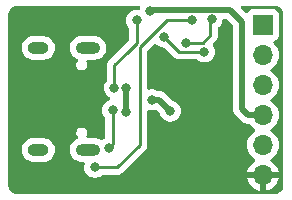
<source format=gbr>
%TF.GenerationSoftware,KiCad,Pcbnew,7.0.7*%
%TF.CreationDate,2024-05-21T12:30:45-04:00*%
%TF.ProjectId,CH340E_USB_UART,43483334-3045-45f5-9553-425f55415254,rev?*%
%TF.SameCoordinates,Original*%
%TF.FileFunction,Copper,L2,Bot*%
%TF.FilePolarity,Positive*%
%FSLAX46Y46*%
G04 Gerber Fmt 4.6, Leading zero omitted, Abs format (unit mm)*
G04 Created by KiCad (PCBNEW 7.0.7) date 2024-05-21 12:30:45*
%MOMM*%
%LPD*%
G01*
G04 APERTURE LIST*
%TA.AperFunction,ComponentPad*%
%ADD10O,2.100000X1.000000*%
%TD*%
%TA.AperFunction,ComponentPad*%
%ADD11O,1.800000X1.000000*%
%TD*%
%TA.AperFunction,ComponentPad*%
%ADD12R,1.700000X1.700000*%
%TD*%
%TA.AperFunction,ComponentPad*%
%ADD13O,1.700000X1.700000*%
%TD*%
%TA.AperFunction,ViaPad*%
%ADD14C,0.800000*%
%TD*%
%TA.AperFunction,Conductor*%
%ADD15C,0.500000*%
%TD*%
%TA.AperFunction,Conductor*%
%ADD16C,0.250000*%
%TD*%
G04 APERTURE END LIST*
D10*
%TO.P,P1,S1,SHIELD*%
%TO.N,unconnected-(P1-SHIELD-PadS1)*%
X140125000Y-99360000D03*
D11*
X135925000Y-99360000D03*
D10*
X140125000Y-108000000D03*
D11*
X135925000Y-108000000D03*
%TD*%
D12*
%TO.P,J1,1,Pin_1*%
%TO.N,RST*%
X154940000Y-97409000D03*
D13*
%TO.P,J1,2,Pin_2*%
%TO.N,RXI*%
X154940000Y-99949000D03*
%TO.P,J1,3,Pin_3*%
%TO.N,TXO*%
X154940000Y-102489000D03*
%TO.P,J1,4,Pin_4*%
%TO.N,+3V3*%
X154940000Y-105029000D03*
%TO.P,J1,5,Pin_5*%
%TO.N,CTS*%
X154940000Y-107569000D03*
%TO.P,J1,6,Pin_6*%
%TO.N,GND*%
X154940000Y-110109000D03*
%TD*%
D14*
%TO.N,GND*%
X148336000Y-103759000D03*
X147066000Y-109153008D03*
X142367000Y-99147500D03*
X151384000Y-107315000D03*
%TO.N,VBUS*%
X143383000Y-102755500D03*
X143356470Y-104785914D03*
X145542000Y-103759000D03*
X147089020Y-104712500D03*
%TO.N,+3V3*%
X145415000Y-96266000D03*
%TO.N,Net-(U1-~{RTS})*%
X150622000Y-96901000D03*
X148463000Y-98933000D03*
%TO.N,Net-(P1-CC)*%
X144272000Y-97028000D03*
X142367000Y-102743000D03*
%TO.N,Net-(P1-VCONN)*%
X142240000Y-104648000D03*
X141898500Y-107823000D03*
%TO.N,Net-(U1-RXD)*%
X146558000Y-98425000D03*
X149987000Y-99695000D03*
%TO.N,Net-(U1-TNOW)*%
X140716000Y-109474000D03*
X148971000Y-97028000D03*
%TD*%
D15*
%TO.N,+3V3*%
X145542000Y-96139000D02*
X145415000Y-96266000D01*
X152146000Y-96139000D02*
X145542000Y-96139000D01*
X153162000Y-104521000D02*
X153162000Y-97155000D01*
X153162000Y-97155000D02*
X152146000Y-96139000D01*
X153670000Y-105029000D02*
X153162000Y-104521000D01*
X154940000Y-105029000D02*
X153670000Y-105029000D01*
%TO.N,VBUS*%
X145542000Y-103759000D02*
X146135520Y-103759000D01*
X143356470Y-104785914D02*
X143356470Y-102782030D01*
X146135520Y-103759000D02*
X147089020Y-104712500D01*
X143356470Y-102782030D02*
X143383000Y-102755500D01*
D16*
%TO.N,Net-(U1-~{RTS})*%
X148463000Y-98933000D02*
X149860000Y-98933000D01*
X150495000Y-98298000D02*
X150495000Y-97028000D01*
X150495000Y-97028000D02*
X150622000Y-96901000D01*
X149860000Y-98933000D02*
X150495000Y-98298000D01*
%TO.N,Net-(P1-CC)*%
X142367000Y-102743000D02*
X142367000Y-100838000D01*
X144272000Y-98933000D02*
X144272000Y-97028000D01*
X142367000Y-100838000D02*
X143510000Y-99695000D01*
X143510000Y-99695000D02*
X144272000Y-98933000D01*
%TO.N,Net-(P1-VCONN)*%
X142240000Y-107481500D02*
X141898500Y-107823000D01*
X142240000Y-104648000D02*
X142240000Y-107481500D01*
%TO.N,Net-(U1-RXD)*%
X149987000Y-99695000D02*
X147828000Y-99695000D01*
X147828000Y-99695000D02*
X146558000Y-98425000D01*
%TO.N,Net-(U1-TNOW)*%
X144526000Y-107569000D02*
X142621000Y-109474000D01*
X144526000Y-99315396D02*
X144526000Y-107569000D01*
X142621000Y-109474000D02*
X140716000Y-109474000D01*
X148971000Y-97028000D02*
X146813396Y-97028000D01*
X146813396Y-97028000D02*
X144526000Y-99315396D01*
%TD*%
%TA.AperFunction,Conductor*%
%TO.N,GND*%
G36*
X144514476Y-95824185D02*
G01*
X144560231Y-95876989D01*
X144570175Y-95946147D01*
X144565368Y-95966819D01*
X144538195Y-96050446D01*
X144498757Y-96108121D01*
X144434398Y-96135319D01*
X144394484Y-96133417D01*
X144366646Y-96127500D01*
X144177354Y-96127500D01*
X144144897Y-96134398D01*
X143992197Y-96166855D01*
X143992192Y-96166857D01*
X143819270Y-96243848D01*
X143819265Y-96243851D01*
X143666129Y-96355111D01*
X143539466Y-96495785D01*
X143444821Y-96659715D01*
X143444818Y-96659722D01*
X143386327Y-96839740D01*
X143386326Y-96839744D01*
X143366540Y-97028000D01*
X143386326Y-97216256D01*
X143386327Y-97216259D01*
X143444818Y-97396277D01*
X143444821Y-97396284D01*
X143539467Y-97560216D01*
X143557848Y-97580630D01*
X143614650Y-97643715D01*
X143644880Y-97706706D01*
X143646500Y-97726687D01*
X143646500Y-98622547D01*
X143626815Y-98689586D01*
X143610181Y-98710228D01*
X143039876Y-99280533D01*
X141983208Y-100337199D01*
X141970951Y-100347020D01*
X141971134Y-100347241D01*
X141965123Y-100352213D01*
X141917772Y-100402636D01*
X141896889Y-100423519D01*
X141896877Y-100423532D01*
X141892621Y-100429017D01*
X141888837Y-100433447D01*
X141856937Y-100467418D01*
X141856936Y-100467420D01*
X141847284Y-100484976D01*
X141836610Y-100501226D01*
X141824329Y-100517061D01*
X141824324Y-100517068D01*
X141805815Y-100559838D01*
X141803245Y-100565084D01*
X141780803Y-100605906D01*
X141775822Y-100625307D01*
X141769521Y-100643710D01*
X141761562Y-100662102D01*
X141761561Y-100662105D01*
X141754271Y-100708127D01*
X141753087Y-100713846D01*
X141741501Y-100758972D01*
X141741500Y-100758982D01*
X141741500Y-100779016D01*
X141739973Y-100798413D01*
X141736840Y-100818196D01*
X141737049Y-100820402D01*
X141741225Y-100864583D01*
X141741500Y-100870421D01*
X141741500Y-102044312D01*
X141721815Y-102111351D01*
X141709650Y-102127284D01*
X141634466Y-102210784D01*
X141539821Y-102374715D01*
X141539818Y-102374722D01*
X141481327Y-102554740D01*
X141481326Y-102554744D01*
X141464577Y-102714101D01*
X141463494Y-102724413D01*
X141461540Y-102743000D01*
X141481326Y-102931256D01*
X141481327Y-102931259D01*
X141539818Y-103111277D01*
X141539821Y-103111284D01*
X141634467Y-103275216D01*
X141711163Y-103360395D01*
X141761129Y-103415888D01*
X141914265Y-103527148D01*
X141914266Y-103527148D01*
X141914270Y-103527151D01*
X141975757Y-103554527D01*
X142028994Y-103599777D01*
X142049315Y-103666626D01*
X142030270Y-103733850D01*
X141977903Y-103780105D01*
X141963642Y-103785736D01*
X141960196Y-103786855D01*
X141787270Y-103863848D01*
X141787265Y-103863851D01*
X141634129Y-103975111D01*
X141507466Y-104115785D01*
X141412821Y-104279715D01*
X141412818Y-104279722D01*
X141355122Y-104457294D01*
X141354326Y-104459744D01*
X141334540Y-104648000D01*
X141354326Y-104836256D01*
X141354327Y-104836259D01*
X141412818Y-105016277D01*
X141412821Y-105016284D01*
X141507467Y-105180216D01*
X141550772Y-105228310D01*
X141582650Y-105263715D01*
X141612880Y-105326706D01*
X141614500Y-105346687D01*
X141614500Y-106883198D01*
X141594815Y-106950237D01*
X141542011Y-106995992D01*
X141540936Y-106996477D01*
X141445769Y-107038848D01*
X141321244Y-107129321D01*
X141255437Y-107152801D01*
X141187384Y-107136975D01*
X141177524Y-107130779D01*
X141163052Y-107120706D01*
X140976056Y-107040459D01*
X140776741Y-106999500D01*
X140121294Y-106999500D01*
X140054255Y-106979815D01*
X140008500Y-106927011D01*
X139998556Y-106857853D01*
X140016976Y-106808464D01*
X140041978Y-106769561D01*
X140080500Y-106638367D01*
X140080500Y-106501633D01*
X140041978Y-106370440D01*
X140041979Y-106370440D01*
X139968057Y-106255413D01*
X139968053Y-106255409D01*
X139864721Y-106165872D01*
X139864714Y-106165867D01*
X139740345Y-106109070D01*
X139740343Y-106109069D01*
X139740342Y-106109069D01*
X139740337Y-106109068D01*
X139740336Y-106109068D01*
X139639011Y-106094500D01*
X139570989Y-106094500D01*
X139570988Y-106094500D01*
X139469663Y-106109068D01*
X139469654Y-106109070D01*
X139345285Y-106165867D01*
X139345278Y-106165872D01*
X139241946Y-106255409D01*
X139241942Y-106255413D01*
X139168021Y-106370440D01*
X139129500Y-106501632D01*
X139129500Y-106638367D01*
X139168021Y-106769559D01*
X139168020Y-106769559D01*
X139245714Y-106890455D01*
X139265398Y-106957494D01*
X139245713Y-107024534D01*
X139192908Y-107070288D01*
X139178535Y-107075801D01*
X139178427Y-107075834D01*
X139178405Y-107075844D01*
X139000500Y-107174589D01*
X139000495Y-107174592D01*
X138846106Y-107307132D01*
X138846104Y-107307134D01*
X138721554Y-107468037D01*
X138721553Y-107468040D01*
X138631940Y-107650728D01*
X138580937Y-107847714D01*
X138570631Y-108050936D01*
X138601442Y-108252063D01*
X138601445Y-108252075D01*
X138672111Y-108442881D01*
X138672115Y-108442888D01*
X138779745Y-108615567D01*
X138779749Y-108615572D01*
X138895869Y-108737730D01*
X138919941Y-108763053D01*
X139048344Y-108852424D01*
X139086949Y-108879294D01*
X139086950Y-108879294D01*
X139086951Y-108879295D01*
X139273942Y-108959540D01*
X139473259Y-109000500D01*
X139752336Y-109000500D01*
X139819375Y-109020185D01*
X139865130Y-109072989D01*
X139875074Y-109142147D01*
X139870267Y-109162818D01*
X139830326Y-109285744D01*
X139810540Y-109474000D01*
X139830326Y-109662256D01*
X139830327Y-109662259D01*
X139888818Y-109842277D01*
X139888821Y-109842284D01*
X139983467Y-110006216D01*
X140104401Y-110140526D01*
X140110129Y-110146888D01*
X140263265Y-110258148D01*
X140263270Y-110258151D01*
X140436192Y-110335142D01*
X140436197Y-110335144D01*
X140621354Y-110374500D01*
X140621355Y-110374500D01*
X140810644Y-110374500D01*
X140810646Y-110374500D01*
X140995803Y-110335144D01*
X141168730Y-110258151D01*
X141321871Y-110146888D01*
X141324788Y-110143647D01*
X141327600Y-110140526D01*
X141387087Y-110103879D01*
X141419748Y-110099500D01*
X142538257Y-110099500D01*
X142553877Y-110101224D01*
X142553904Y-110100939D01*
X142561660Y-110101671D01*
X142561667Y-110101673D01*
X142630814Y-110099500D01*
X142660350Y-110099500D01*
X142667228Y-110098630D01*
X142673041Y-110098172D01*
X142719627Y-110096709D01*
X142738869Y-110091117D01*
X142757912Y-110087174D01*
X142777792Y-110084664D01*
X142821122Y-110067507D01*
X142826646Y-110065617D01*
X142830396Y-110064527D01*
X142871390Y-110052618D01*
X142888629Y-110042422D01*
X142906103Y-110033862D01*
X142924727Y-110026488D01*
X142924727Y-110026487D01*
X142924732Y-110026486D01*
X142962449Y-109999082D01*
X142967305Y-109995892D01*
X143007420Y-109972170D01*
X143021589Y-109957999D01*
X143036379Y-109945368D01*
X143052587Y-109933594D01*
X143082299Y-109897676D01*
X143086212Y-109893376D01*
X144909787Y-108069801D01*
X144922042Y-108059986D01*
X144921859Y-108059764D01*
X144927866Y-108054792D01*
X144927877Y-108054786D01*
X144958775Y-108021882D01*
X144975227Y-108004364D01*
X144985671Y-107993918D01*
X144996120Y-107983471D01*
X145000379Y-107977978D01*
X145004152Y-107973561D01*
X145036062Y-107939582D01*
X145045715Y-107922020D01*
X145056389Y-107905770D01*
X145068673Y-107889936D01*
X145087180Y-107847167D01*
X145089749Y-107841924D01*
X145110374Y-107804408D01*
X145112197Y-107801092D01*
X145117177Y-107781691D01*
X145123478Y-107763288D01*
X145131438Y-107744896D01*
X145138730Y-107698849D01*
X145139911Y-107693152D01*
X145142071Y-107684740D01*
X145151500Y-107648019D01*
X145151500Y-107627982D01*
X145153027Y-107608582D01*
X145153043Y-107608481D01*
X145156160Y-107588804D01*
X145151775Y-107542415D01*
X145151500Y-107536577D01*
X145151500Y-104749741D01*
X145171185Y-104682702D01*
X145223989Y-104636947D01*
X145293147Y-104627003D01*
X145301266Y-104628448D01*
X145447354Y-104659500D01*
X145447355Y-104659500D01*
X145636644Y-104659500D01*
X145636646Y-104659500D01*
X145821803Y-104620144D01*
X145822470Y-104619846D01*
X145822892Y-104619790D01*
X145827987Y-104618135D01*
X145828289Y-104619066D01*
X145891719Y-104610557D01*
X145954997Y-104640181D01*
X145960594Y-104645442D01*
X146176248Y-104861095D01*
X146206498Y-104910458D01*
X146261838Y-105080777D01*
X146261841Y-105080784D01*
X146356487Y-105244716D01*
X146483148Y-105385387D01*
X146483149Y-105385388D01*
X146636285Y-105496648D01*
X146636290Y-105496651D01*
X146809212Y-105573642D01*
X146809217Y-105573644D01*
X146994374Y-105613000D01*
X146994375Y-105613000D01*
X147183664Y-105613000D01*
X147183666Y-105613000D01*
X147368823Y-105573644D01*
X147541750Y-105496651D01*
X147694891Y-105385388D01*
X147821553Y-105244716D01*
X147916199Y-105080784D01*
X147974694Y-104900756D01*
X147994480Y-104712500D01*
X147974694Y-104524244D01*
X147916199Y-104344216D01*
X147821553Y-104180284D01*
X147694891Y-104039612D01*
X147694890Y-104039611D01*
X147541754Y-103928351D01*
X147541749Y-103928348D01*
X147368827Y-103851357D01*
X147368822Y-103851355D01*
X147303689Y-103837511D01*
X147242207Y-103804318D01*
X147241789Y-103803902D01*
X146981488Y-103543601D01*
X146711249Y-103273361D01*
X146699469Y-103259730D01*
X146692002Y-103249701D01*
X146685132Y-103240472D01*
X146685130Y-103240470D01*
X146645107Y-103206886D01*
X146641132Y-103203244D01*
X146638210Y-103200322D01*
X146635300Y-103197411D01*
X146609560Y-103177059D01*
X146550729Y-103127694D01*
X146544700Y-103123729D01*
X146544732Y-103123680D01*
X146538373Y-103119628D01*
X146538342Y-103119679D01*
X146532200Y-103115891D01*
X146532198Y-103115890D01*
X146532197Y-103115889D01*
X146492994Y-103097608D01*
X146462578Y-103083424D01*
X146428414Y-103066267D01*
X146393953Y-103048960D01*
X146393951Y-103048959D01*
X146393950Y-103048959D01*
X146387165Y-103046489D01*
X146387185Y-103046433D01*
X146380069Y-103043959D01*
X146380051Y-103044015D01*
X146373191Y-103041742D01*
X146345361Y-103035996D01*
X146297954Y-103026207D01*
X146248992Y-103014603D01*
X146223239Y-103008499D01*
X146216067Y-103007661D01*
X146216073Y-103007601D01*
X146208575Y-103006835D01*
X146208570Y-103006895D01*
X146201380Y-103006265D01*
X146124603Y-103008500D01*
X146081337Y-103008500D01*
X146014298Y-102988815D01*
X146008452Y-102984818D01*
X145994734Y-102974851D01*
X145994729Y-102974848D01*
X145821807Y-102897857D01*
X145821802Y-102897855D01*
X145676001Y-102866865D01*
X145636646Y-102858500D01*
X145447354Y-102858500D01*
X145447352Y-102858500D01*
X145301280Y-102889548D01*
X145231613Y-102884232D01*
X145175880Y-102842094D01*
X145151775Y-102776514D01*
X145151500Y-102768258D01*
X145151500Y-99625847D01*
X145171185Y-99558808D01*
X145187815Y-99538170D01*
X145706209Y-99019775D01*
X145767530Y-98986292D01*
X145837221Y-98991276D01*
X145886036Y-99024484D01*
X145913563Y-99055056D01*
X145952129Y-99097888D01*
X146105265Y-99209148D01*
X146105270Y-99209151D01*
X146278192Y-99286142D01*
X146278197Y-99286144D01*
X146463354Y-99325500D01*
X146522548Y-99325500D01*
X146589587Y-99345185D01*
X146610228Y-99361818D01*
X147051290Y-99802881D01*
X147327197Y-100078788D01*
X147337022Y-100091051D01*
X147337243Y-100090869D01*
X147342214Y-100096878D01*
X147368217Y-100121295D01*
X147392635Y-100144226D01*
X147413529Y-100165120D01*
X147419011Y-100169373D01*
X147423443Y-100173157D01*
X147457418Y-100205062D01*
X147474976Y-100214714D01*
X147491235Y-100225395D01*
X147507064Y-100237673D01*
X147549838Y-100256182D01*
X147555056Y-100258738D01*
X147595908Y-100281197D01*
X147615316Y-100286180D01*
X147633717Y-100292480D01*
X147652104Y-100300437D01*
X147695488Y-100307308D01*
X147698119Y-100307725D01*
X147703839Y-100308909D01*
X147748981Y-100320500D01*
X147769016Y-100320500D01*
X147788414Y-100322026D01*
X147808194Y-100325159D01*
X147808195Y-100325160D01*
X147808195Y-100325159D01*
X147808196Y-100325160D01*
X147854583Y-100320775D01*
X147860422Y-100320500D01*
X149283252Y-100320500D01*
X149350291Y-100340185D01*
X149375400Y-100361526D01*
X149381126Y-100367885D01*
X149381130Y-100367889D01*
X149534265Y-100479148D01*
X149534270Y-100479151D01*
X149707192Y-100556142D01*
X149707197Y-100556144D01*
X149892354Y-100595500D01*
X149892355Y-100595500D01*
X150081644Y-100595500D01*
X150081646Y-100595500D01*
X150266803Y-100556144D01*
X150439730Y-100479151D01*
X150592871Y-100367888D01*
X150719533Y-100227216D01*
X150814179Y-100063284D01*
X150872674Y-99883256D01*
X150892460Y-99695000D01*
X150872674Y-99506744D01*
X150814179Y-99326716D01*
X150719533Y-99162784D01*
X150701271Y-99142502D01*
X150671041Y-99079513D01*
X150679664Y-99010178D01*
X150705736Y-98971852D01*
X150878786Y-98798802D01*
X150891048Y-98788980D01*
X150890865Y-98788759D01*
X150896867Y-98783792D01*
X150896877Y-98783786D01*
X150944241Y-98733348D01*
X150965120Y-98712470D01*
X150969373Y-98706986D01*
X150973150Y-98702563D01*
X151005062Y-98668582D01*
X151014714Y-98651023D01*
X151025389Y-98634772D01*
X151037674Y-98618936D01*
X151056186Y-98576152D01*
X151058742Y-98570935D01*
X151081197Y-98530092D01*
X151086180Y-98510680D01*
X151092477Y-98492291D01*
X151100438Y-98473895D01*
X151107729Y-98427853D01*
X151108908Y-98422162D01*
X151120500Y-98377019D01*
X151120500Y-98356982D01*
X151122027Y-98337582D01*
X151125160Y-98317804D01*
X151120775Y-98271415D01*
X151120500Y-98265577D01*
X151120500Y-97715078D01*
X151140185Y-97648039D01*
X151171616Y-97614759D01*
X151218591Y-97580630D01*
X151227871Y-97573888D01*
X151354533Y-97433216D01*
X151449179Y-97269284D01*
X151507674Y-97089256D01*
X151516998Y-97000536D01*
X151543583Y-96935924D01*
X151600880Y-96895939D01*
X151640319Y-96889500D01*
X151783770Y-96889500D01*
X151850809Y-96909185D01*
X151871451Y-96925819D01*
X152375181Y-97429548D01*
X152408666Y-97490871D01*
X152411500Y-97517229D01*
X152411500Y-104457294D01*
X152410191Y-104475263D01*
X152406710Y-104499025D01*
X152411264Y-104551064D01*
X152411500Y-104556470D01*
X152411500Y-104564709D01*
X152413892Y-104585180D01*
X152415306Y-104597274D01*
X152422000Y-104673791D01*
X152423461Y-104680867D01*
X152423403Y-104680878D01*
X152425034Y-104688237D01*
X152425092Y-104688224D01*
X152426757Y-104695250D01*
X152453025Y-104767424D01*
X152477185Y-104840331D01*
X152480236Y-104846874D01*
X152480182Y-104846898D01*
X152483470Y-104853688D01*
X152483521Y-104853663D01*
X152486761Y-104860113D01*
X152486762Y-104860114D01*
X152486763Y-104860117D01*
X152513493Y-104900759D01*
X152528965Y-104924283D01*
X152569287Y-104989655D01*
X152573766Y-104995319D01*
X152573719Y-104995356D01*
X152578482Y-105001202D01*
X152578528Y-105001164D01*
X152583173Y-105006700D01*
X152639019Y-105059387D01*
X153094268Y-105514635D01*
X153106049Y-105528267D01*
X153120390Y-105547530D01*
X153160420Y-105581119D01*
X153164392Y-105584759D01*
X153170223Y-105590590D01*
X153191079Y-105607080D01*
X153195939Y-105610923D01*
X153239002Y-105647058D01*
X153254786Y-105660302D01*
X153254788Y-105660303D01*
X153260823Y-105664272D01*
X153260789Y-105664322D01*
X153267144Y-105668370D01*
X153267177Y-105668318D01*
X153273319Y-105672107D01*
X153273323Y-105672110D01*
X153303998Y-105686414D01*
X153342914Y-105704561D01*
X153411558Y-105739036D01*
X153411561Y-105739037D01*
X153411567Y-105739040D01*
X153411572Y-105739041D01*
X153418355Y-105741510D01*
X153418334Y-105741567D01*
X153425451Y-105744040D01*
X153425470Y-105743984D01*
X153432330Y-105746257D01*
X153507531Y-105761784D01*
X153507532Y-105761784D01*
X153582279Y-105779500D01*
X153582288Y-105779500D01*
X153589452Y-105780338D01*
X153589445Y-105780397D01*
X153596946Y-105781163D01*
X153596952Y-105781104D01*
X153604140Y-105781733D01*
X153604143Y-105781732D01*
X153604144Y-105781733D01*
X153680898Y-105779500D01*
X153752299Y-105779500D01*
X153819338Y-105799185D01*
X153853873Y-105832376D01*
X153901505Y-105900401D01*
X154068597Y-106067493D01*
X154068603Y-106067498D01*
X154254158Y-106197425D01*
X154297783Y-106252002D01*
X154304977Y-106321500D01*
X154273454Y-106383855D01*
X154254158Y-106400575D01*
X154068597Y-106530505D01*
X153901505Y-106697597D01*
X153765965Y-106891169D01*
X153765964Y-106891171D01*
X153666098Y-107105335D01*
X153666094Y-107105344D01*
X153604938Y-107333586D01*
X153604936Y-107333596D01*
X153584341Y-107568999D01*
X153584341Y-107569000D01*
X153604936Y-107804403D01*
X153604938Y-107804413D01*
X153666094Y-108032655D01*
X153666096Y-108032659D01*
X153666097Y-108032663D01*
X153765965Y-108246829D01*
X153765965Y-108246830D01*
X153765967Y-108246834D01*
X153901501Y-108440395D01*
X153901506Y-108440402D01*
X154068597Y-108607493D01*
X154068603Y-108607498D01*
X154254594Y-108737730D01*
X154298219Y-108792307D01*
X154305413Y-108861805D01*
X154273890Y-108924160D01*
X154254595Y-108940880D01*
X154068922Y-109070890D01*
X154068920Y-109070891D01*
X153901891Y-109237920D01*
X153901886Y-109237926D01*
X153766400Y-109431420D01*
X153766399Y-109431422D01*
X153666570Y-109645507D01*
X153666567Y-109645513D01*
X153609364Y-109858999D01*
X153609364Y-109859000D01*
X154326653Y-109859000D01*
X154393692Y-109878685D01*
X154439447Y-109931489D01*
X154449391Y-110000647D01*
X154445631Y-110017933D01*
X154440000Y-110037111D01*
X154440000Y-110180888D01*
X154445631Y-110200067D01*
X154445630Y-110269936D01*
X154407855Y-110328714D01*
X154344299Y-110357738D01*
X154326653Y-110359000D01*
X153609364Y-110359000D01*
X153666567Y-110572486D01*
X153666570Y-110572492D01*
X153766399Y-110786578D01*
X153901894Y-110980082D01*
X154068917Y-111147105D01*
X154262421Y-111282600D01*
X154476507Y-111382429D01*
X154476516Y-111382433D01*
X154690000Y-111439634D01*
X154690000Y-110721301D01*
X154709685Y-110654262D01*
X154762489Y-110608507D01*
X154831647Y-110598563D01*
X154904237Y-110609000D01*
X154904238Y-110609000D01*
X154975762Y-110609000D01*
X154975763Y-110609000D01*
X155048353Y-110598563D01*
X155117512Y-110608507D01*
X155170315Y-110654262D01*
X155190000Y-110721301D01*
X155190000Y-111439633D01*
X155403483Y-111382433D01*
X155403492Y-111382429D01*
X155617578Y-111282600D01*
X155811082Y-111147105D01*
X155978105Y-110980082D01*
X156113600Y-110786578D01*
X156213429Y-110572492D01*
X156213432Y-110572486D01*
X156270636Y-110359000D01*
X155553347Y-110359000D01*
X155486308Y-110339315D01*
X155440553Y-110286511D01*
X155430609Y-110217353D01*
X155434369Y-110200067D01*
X155440000Y-110180888D01*
X155440000Y-110037111D01*
X155434369Y-110017933D01*
X155434370Y-109948064D01*
X155472145Y-109889286D01*
X155535701Y-109860262D01*
X155553347Y-109859000D01*
X156270636Y-109859000D01*
X156270635Y-109858999D01*
X156213432Y-109645513D01*
X156213429Y-109645507D01*
X156113600Y-109431422D01*
X156113599Y-109431420D01*
X155978113Y-109237926D01*
X155978108Y-109237920D01*
X155811078Y-109070890D01*
X155625405Y-108940879D01*
X155581780Y-108886302D01*
X155574588Y-108816804D01*
X155606110Y-108754449D01*
X155625406Y-108737730D01*
X155811401Y-108607495D01*
X155978495Y-108440401D01*
X156114035Y-108246830D01*
X156213903Y-108032663D01*
X156275063Y-107804408D01*
X156295659Y-107569000D01*
X156294619Y-107557118D01*
X156279511Y-107384429D01*
X156275063Y-107333592D01*
X156213903Y-107105337D01*
X156114035Y-106891171D01*
X156109427Y-106884589D01*
X155978494Y-106697597D01*
X155811402Y-106530506D01*
X155811396Y-106530501D01*
X155625842Y-106400575D01*
X155582217Y-106345998D01*
X155575023Y-106276500D01*
X155606546Y-106214145D01*
X155625842Y-106197425D01*
X155670911Y-106165867D01*
X155811401Y-106067495D01*
X155978495Y-105900401D01*
X156114035Y-105706830D01*
X156213903Y-105492663D01*
X156275063Y-105264408D01*
X156295659Y-105029000D01*
X156294546Y-105016284D01*
X156284439Y-104900756D01*
X156275063Y-104793592D01*
X156213903Y-104565337D01*
X156114035Y-104351171D01*
X156109170Y-104344222D01*
X155978494Y-104157597D01*
X155811402Y-103990506D01*
X155811396Y-103990501D01*
X155625842Y-103860575D01*
X155582217Y-103805998D01*
X155575023Y-103736500D01*
X155606546Y-103674145D01*
X155625842Y-103657425D01*
X155701935Y-103604144D01*
X155811401Y-103527495D01*
X155978495Y-103360401D01*
X156114035Y-103166830D01*
X156213903Y-102952663D01*
X156275063Y-102724408D01*
X156295659Y-102489000D01*
X156275063Y-102253592D01*
X156213903Y-102025337D01*
X156114035Y-101811171D01*
X156112685Y-101809242D01*
X155978494Y-101617597D01*
X155811402Y-101450506D01*
X155811396Y-101450501D01*
X155625842Y-101320575D01*
X155582217Y-101265998D01*
X155575023Y-101196500D01*
X155606546Y-101134145D01*
X155625842Y-101117425D01*
X155723054Y-101049356D01*
X155811401Y-100987495D01*
X155978495Y-100820401D01*
X156114035Y-100626830D01*
X156213903Y-100412663D01*
X156275063Y-100184408D01*
X156295659Y-99949000D01*
X156275063Y-99713592D01*
X156213903Y-99485337D01*
X156114035Y-99271171D01*
X156070608Y-99209151D01*
X155978496Y-99077600D01*
X155920673Y-99019777D01*
X155856567Y-98955671D01*
X155823084Y-98894351D01*
X155828068Y-98824659D01*
X155869939Y-98768725D01*
X155900915Y-98751810D01*
X156032331Y-98702796D01*
X156147546Y-98616546D01*
X156233796Y-98501331D01*
X156284091Y-98366483D01*
X156290500Y-98306873D01*
X156290499Y-96511128D01*
X156284091Y-96451517D01*
X156267284Y-96406456D01*
X156233797Y-96316671D01*
X156233793Y-96316664D01*
X156147547Y-96201455D01*
X156147544Y-96201452D01*
X156032335Y-96115206D01*
X156032328Y-96115202D01*
X155897482Y-96064908D01*
X155897483Y-96064908D01*
X155837883Y-96058501D01*
X155837881Y-96058500D01*
X155837873Y-96058500D01*
X155837864Y-96058500D01*
X154042129Y-96058500D01*
X154042123Y-96058501D01*
X153982516Y-96064908D01*
X153847671Y-96115202D01*
X153847664Y-96115206D01*
X153732455Y-96201452D01*
X153732452Y-96201455D01*
X153646206Y-96316664D01*
X153646203Y-96316670D01*
X153642684Y-96326106D01*
X153600812Y-96382039D01*
X153535348Y-96406456D01*
X153467075Y-96391604D01*
X153438821Y-96370453D01*
X153084549Y-96016181D01*
X153051064Y-95954858D01*
X153056048Y-95885166D01*
X153097920Y-95829233D01*
X153163384Y-95804816D01*
X153172230Y-95804500D01*
X155924405Y-95804500D01*
X155968951Y-95804500D01*
X155975031Y-95804799D01*
X156022947Y-95809517D01*
X156096317Y-95816744D01*
X156120145Y-95821483D01*
X156228005Y-95854202D01*
X156250453Y-95863501D01*
X156349849Y-95916629D01*
X156370059Y-95930133D01*
X156457179Y-96001630D01*
X156474369Y-96018820D01*
X156545866Y-96105940D01*
X156559370Y-96126150D01*
X156564271Y-96135319D01*
X156599621Y-96201454D01*
X156612495Y-96225538D01*
X156621798Y-96247997D01*
X156654514Y-96355848D01*
X156659256Y-96379688D01*
X156671201Y-96500966D01*
X156671500Y-96507047D01*
X156671500Y-111010951D01*
X156671201Y-111017032D01*
X156659256Y-111138311D01*
X156654514Y-111162151D01*
X156621798Y-111270002D01*
X156612495Y-111292461D01*
X156559370Y-111391849D01*
X156545866Y-111412059D01*
X156474369Y-111499179D01*
X156457179Y-111516369D01*
X156370059Y-111587866D01*
X156349849Y-111601370D01*
X156250461Y-111654495D01*
X156228002Y-111663798D01*
X156120151Y-111696514D01*
X156096311Y-111701256D01*
X155975032Y-111713201D01*
X155968951Y-111713500D01*
X134099049Y-111713500D01*
X134092968Y-111713201D01*
X133971688Y-111701256D01*
X133947848Y-111696514D01*
X133839997Y-111663798D01*
X133817541Y-111654496D01*
X133718150Y-111601370D01*
X133697940Y-111587866D01*
X133610820Y-111516369D01*
X133593630Y-111499179D01*
X133522133Y-111412059D01*
X133508629Y-111391849D01*
X133469441Y-111318534D01*
X133455501Y-111292453D01*
X133446201Y-111270002D01*
X133413483Y-111162145D01*
X133408744Y-111138317D01*
X133396799Y-111017031D01*
X133396500Y-111010951D01*
X133396500Y-108050936D01*
X134520631Y-108050936D01*
X134551442Y-108252063D01*
X134551445Y-108252075D01*
X134622111Y-108442881D01*
X134622115Y-108442888D01*
X134729745Y-108615567D01*
X134729749Y-108615572D01*
X134845869Y-108737730D01*
X134869941Y-108763053D01*
X134998344Y-108852424D01*
X135036949Y-108879294D01*
X135036950Y-108879294D01*
X135036951Y-108879295D01*
X135223942Y-108959540D01*
X135423259Y-109000500D01*
X136375743Y-109000500D01*
X136527439Y-108985074D01*
X136721579Y-108924162D01*
X136721580Y-108924161D01*
X136721588Y-108924159D01*
X136899502Y-108825409D01*
X137053895Y-108692866D01*
X137178448Y-108531958D01*
X137268060Y-108349271D01*
X137319063Y-108152285D01*
X137329369Y-107949064D01*
X137298556Y-107747929D01*
X137246948Y-107608582D01*
X137227888Y-107557118D01*
X137227887Y-107557117D01*
X137227886Y-107557113D01*
X137120252Y-107384429D01*
X137046775Y-107307132D01*
X136980061Y-107236949D01*
X136980060Y-107236948D01*
X136980059Y-107236947D01*
X136859163Y-107152801D01*
X136813050Y-107120705D01*
X136626056Y-107040459D01*
X136426741Y-106999500D01*
X135474258Y-106999500D01*
X135474257Y-106999500D01*
X135322560Y-107014925D01*
X135128420Y-107075837D01*
X135128405Y-107075844D01*
X134950500Y-107174589D01*
X134950495Y-107174592D01*
X134796106Y-107307132D01*
X134796104Y-107307134D01*
X134671554Y-107468037D01*
X134671553Y-107468040D01*
X134581940Y-107650728D01*
X134530937Y-107847714D01*
X134520631Y-108050936D01*
X133396500Y-108050936D01*
X133396500Y-99410936D01*
X134520631Y-99410936D01*
X134551442Y-99612063D01*
X134551445Y-99612075D01*
X134622111Y-99802881D01*
X134622115Y-99802888D01*
X134729745Y-99975567D01*
X134729747Y-99975569D01*
X134729748Y-99975571D01*
X134869941Y-100123053D01*
X134987763Y-100205059D01*
X135036949Y-100239294D01*
X135036950Y-100239294D01*
X135036951Y-100239295D01*
X135223942Y-100319540D01*
X135423259Y-100360500D01*
X136375743Y-100360500D01*
X136527439Y-100345074D01*
X136721579Y-100284162D01*
X136721580Y-100284161D01*
X136721588Y-100284159D01*
X136899502Y-100185409D01*
X137053895Y-100052866D01*
X137178448Y-99891958D01*
X137268060Y-99709271D01*
X137319063Y-99512285D01*
X137324203Y-99410936D01*
X138570631Y-99410936D01*
X138601442Y-99612063D01*
X138601445Y-99612075D01*
X138672111Y-99802881D01*
X138672115Y-99802888D01*
X138779745Y-99975567D01*
X138779747Y-99975569D01*
X138779748Y-99975571D01*
X138919941Y-100123053D01*
X139086951Y-100239295D01*
X139193139Y-100284864D01*
X139246983Y-100329391D01*
X139268206Y-100395959D01*
X139250071Y-100463434D01*
X139246502Y-100468318D01*
X139168021Y-100590440D01*
X139129500Y-100721632D01*
X139129500Y-100858367D01*
X139168021Y-100989559D01*
X139168020Y-100989559D01*
X139241942Y-101104586D01*
X139241946Y-101104590D01*
X139345278Y-101194127D01*
X139345285Y-101194132D01*
X139399739Y-101219000D01*
X139469658Y-101250931D01*
X139570989Y-101265500D01*
X139570992Y-101265500D01*
X139639008Y-101265500D01*
X139639011Y-101265500D01*
X139740342Y-101250931D01*
X139837887Y-101206383D01*
X139864714Y-101194132D01*
X139864714Y-101194131D01*
X139864718Y-101194130D01*
X139968055Y-101104589D01*
X140041978Y-100989561D01*
X140080500Y-100858367D01*
X140080500Y-100721633D01*
X140076534Y-100708127D01*
X140041979Y-100590442D01*
X140041978Y-100590440D01*
X140041978Y-100590439D01*
X140016977Y-100551536D01*
X139997294Y-100484499D01*
X140016979Y-100417460D01*
X140069783Y-100371705D01*
X140121294Y-100360500D01*
X140725743Y-100360500D01*
X140877439Y-100345074D01*
X141071579Y-100284162D01*
X141071580Y-100284161D01*
X141071588Y-100284159D01*
X141249502Y-100185409D01*
X141403895Y-100052866D01*
X141528448Y-99891958D01*
X141618060Y-99709271D01*
X141669063Y-99512285D01*
X141679369Y-99309064D01*
X141648556Y-99107929D01*
X141598158Y-98971849D01*
X141577888Y-98917118D01*
X141577887Y-98917117D01*
X141577886Y-98917113D01*
X141470252Y-98744429D01*
X141348689Y-98616546D01*
X141330061Y-98596949D01*
X141330060Y-98596948D01*
X141330059Y-98596947D01*
X141219696Y-98520132D01*
X141163050Y-98480705D01*
X140976056Y-98400459D01*
X140776741Y-98359500D01*
X139524258Y-98359500D01*
X139524257Y-98359500D01*
X139372560Y-98374925D01*
X139178420Y-98435837D01*
X139178405Y-98435844D01*
X139000500Y-98534589D01*
X139000495Y-98534592D01*
X138846106Y-98667132D01*
X138846104Y-98667134D01*
X138721554Y-98828037D01*
X138721553Y-98828040D01*
X138631940Y-99010728D01*
X138580937Y-99207714D01*
X138570631Y-99410936D01*
X137324203Y-99410936D01*
X137329369Y-99309064D01*
X137298556Y-99107929D01*
X137248158Y-98971849D01*
X137227888Y-98917118D01*
X137227887Y-98917117D01*
X137227886Y-98917113D01*
X137120252Y-98744429D01*
X136998689Y-98616546D01*
X136980061Y-98596949D01*
X136980060Y-98596948D01*
X136980059Y-98596947D01*
X136869696Y-98520132D01*
X136813050Y-98480705D01*
X136626056Y-98400459D01*
X136426741Y-98359500D01*
X135474258Y-98359500D01*
X135474257Y-98359500D01*
X135322560Y-98374925D01*
X135128420Y-98435837D01*
X135128405Y-98435844D01*
X134950500Y-98534589D01*
X134950495Y-98534592D01*
X134796106Y-98667132D01*
X134796104Y-98667134D01*
X134671554Y-98828037D01*
X134671553Y-98828040D01*
X134581940Y-99010728D01*
X134530937Y-99207714D01*
X134520631Y-99410936D01*
X133396500Y-99410936D01*
X133396500Y-96507047D01*
X133396799Y-96500967D01*
X133401669Y-96451516D01*
X133408744Y-96379680D01*
X133413483Y-96355856D01*
X133446203Y-96247990D01*
X133455499Y-96225549D01*
X133508632Y-96126144D01*
X133522133Y-96105940D01*
X133545273Y-96077744D01*
X133593635Y-96018814D01*
X133610814Y-96001635D01*
X133697942Y-95930131D01*
X133718144Y-95916632D01*
X133817549Y-95863499D01*
X133839990Y-95854203D01*
X133947856Y-95821483D01*
X133971682Y-95816744D01*
X134045052Y-95809517D01*
X134092969Y-95804799D01*
X134099049Y-95804500D01*
X134143595Y-95804500D01*
X144447437Y-95804500D01*
X144514476Y-95824185D01*
G37*
%TD.AperFunction*%
%TD*%
M02*

</source>
